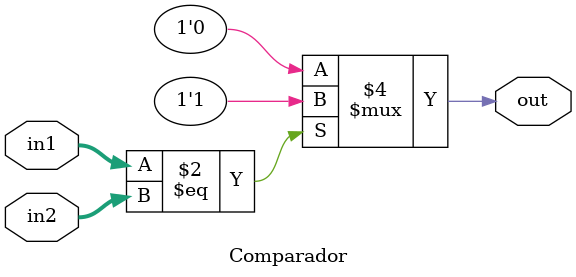
<source format=v>
module Comparador#(
  parameter width = 10
)(
  input [width:0]  in1,
  input [width:0]  in2,  
  output  reg       out
);

  always @(*) begin
    if(in1 == in2)
      out = 1;
    else
      out = 0;
  end

endmodule
</source>
